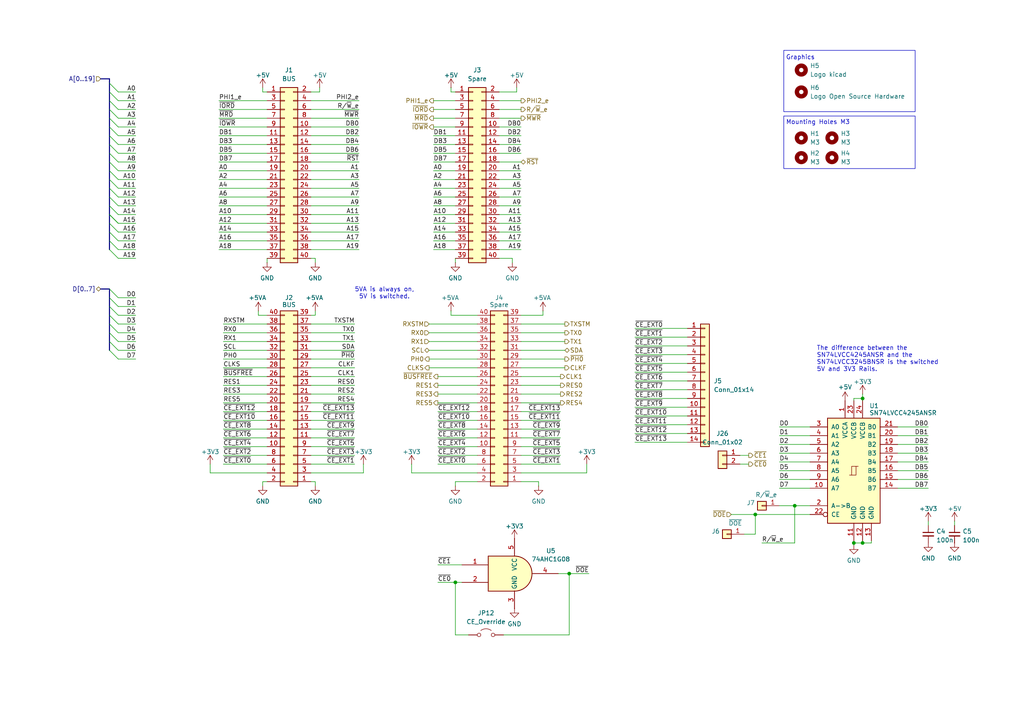
<source format=kicad_sch>
(kicad_sch (version 20231120) (generator "eeschema") (generator_version "8.0")
  (paper "A4")
  (title_block (title "Unicomp v3 - Bus") (date "2024-10-01") (rev "v1.0") (company "100% Offner") (comment 1 "v1.0: Initial"))
  (lib_symbols
    (symbol "+5V_1" (power) (pin_names (offset 0))
      (property "Value" "+5V_1" (at 0 3.556 0))
      (symbol "+5V_1_1_1"
        (pin power_in line (at 0 0 90) (length 0) hide (name "+5V") (number "1"))
      )
    )
    (symbol "74xGxx:74AHC1G08"
      (property "Reference" "U" (at -2.54 3.81 0))
      (property "Value" "74AHC1G08" (at 0 -3.81 0))
      (symbol "74AHC1G08_1_1"
        (pin input line (at -15.24 2.54 0) (length 7.62) (name "~") (number "1"))
        (pin input line (at -15.24 -2.54 0) (length 7.62) (name "~") (number "2"))
        (pin power_in line (at 0 -10.16 90) (length 5.08) (name "GND") (number "3"))
        (pin output line (at 12.7 0 180) (length 7.62) (name "~") (number "4"))
        (pin power_in line (at 0 10.16 270) (length 5.08) (name "VCC") (number "5"))
      )
    )
    (symbol "Connector_Generic:Conn_01x01" (pin_names (offset 1.016) hide)
      (property "Reference" "J" (at 0 2.54 0))
      (property "Value" "Conn_01x01" (at 0 -2.54 0))
      (symbol "Conn_01x01_1_1"
        (pin passive line (at -5.08 0 0) (length 3.81) (name "Pin_1") (number "1"))
      )
    )
    (symbol "Connector_Generic:Conn_01x02" (pin_names (offset 1.016) hide)
      (property "Reference" "J" (at 0 2.54 0))
      (property "Value" "Conn_01x02" (at 0 -5.08 0))
      (symbol "Conn_01x02_1_1"
        (pin passive line (at -5.08 0 0) (length 3.81) (name "Pin_1") (number "1"))
        (pin passive line (at -5.08 -2.54 0) (length 3.81) (name "Pin_2") (number "2"))
      )
    )
    (symbol "Connector_Generic:Conn_01x14" (pin_names (offset 1.016) hide)
      (property "Reference" "J" (at 0 17.78 0))
      (property "Value" "Conn_01x14" (at 0 -20.32 0))
      (symbol "Conn_01x14_1_1"
        (pin passive line (at -5.08 15.24 0) (length 3.81) (name "Pin_1") (number "1"))
        (pin passive line (at -5.08 -7.62 0) (length 3.81) (name "Pin_10") (number "10"))
        (pin passive line (at -5.08 -10.16 0) (length 3.81) (name "Pin_11") (number "11"))
        (pin passive line (at -5.08 -12.7 0) (length 3.81) (name "Pin_12") (number "12"))
        (pin passive line (at -5.08 -15.24 0) (length 3.81) (name "Pin_13") (number "13"))
        (pin passive line (at -5.08 -17.78 0) (length 3.81) (name "Pin_14") (number "14"))
        (pin passive line (at -5.08 12.7 0) (length 3.81) (name "Pin_2") (number "2"))
        (pin passive line (at -5.08 10.16 0) (length 3.81) (name "Pin_3") (number "3"))
        (pin passive line (at -5.08 7.62 0) (length 3.81) (name "Pin_4") (number "4"))
        (pin passive line (at -5.08 5.08 0) (length 3.81) (name "Pin_5") (number "5"))
        (pin passive line (at -5.08 2.54 0) (length 3.81) (name "Pin_6") (number "6"))
        (pin passive line (at -5.08 0 0) (length 3.81) (name "Pin_7") (number "7"))
        (pin passive line (at -5.08 -2.54 0) (length 3.81) (name "Pin_8") (number "8"))
        (pin passive line (at -5.08 -5.08 0) (length 3.81) (name "Pin_9") (number "9"))
      )
    )
    (symbol "Connector_Generic:Conn_02x20_Odd_Even" (pin_names (offset 1.016) hide)
      (property "Reference" "J" (at 1.27 25.4 0))
      (property "Value" "Conn_02x20_Odd_Even" (at 1.27 -27.94 0))
      (symbol "Conn_02x20_Odd_Even_1_1"
        (pin passive line (at -5.08 22.86 0) (length 3.81) (name "Pin_1") (number "1"))
        (pin passive line (at 7.62 12.7 180) (length 3.81) (name "Pin_10") (number "10"))
        (pin passive line (at -5.08 10.16 0) (length 3.81) (name "Pin_11") (number "11"))
        (pin passive line (at 7.62 10.16 180) (length 3.81) (name "Pin_12") (number "12"))
        (pin passive line (at -5.08 7.62 0) (length 3.81) (name "Pin_13") (number "13"))
        (pin passive line (at 7.62 7.62 180) (length 3.81) (name "Pin_14") (number "14"))
        (pin passive line (at -5.08 5.08 0) (length 3.81) (name "Pin_15") (number "15"))
        (pin passive line (at 7.62 5.08 180) (length 3.81) (name "Pin_16") (number "16"))
        (pin passive line (at -5.08 2.54 0) (length 3.81) (name "Pin_17") (number "17"))
        (pin passive line (at 7.62 2.54 180) (length 3.81) (name "Pin_18") (number "18"))
        (pin passive line (at -5.08 0 0) (length 3.81) (name "Pin_19") (number "19"))
        (pin passive line (at 7.62 22.86 180) (length 3.81) (name "Pin_2") (number "2"))
        (pin passive line (at 7.62 0 180) (length 3.81) (name "Pin_20") (number "20"))
        (pin passive line (at -5.08 -2.54 0) (length 3.81) (name "Pin_21") (number "21"))
        (pin passive line (at 7.62 -2.54 180) (length 3.81) (name "Pin_22") (number "22"))
        (pin passive line (at -5.08 -5.08 0) (length 3.81) (name "Pin_23") (number "23"))
        (pin passive line (at 7.62 -5.08 180) (length 3.81) (name "Pin_24") (number "24"))
        (pin passive line (at -5.08 -7.62 0) (length 3.81) (name "Pin_25") (number "25"))
        (pin passive line (at 7.62 -7.62 180) (length 3.81) (name "Pin_26") (number "26"))
        (pin passive line (at -5.08 -10.16 0) (length 3.81) (name "Pin_27") (number "27"))
        (pin passive line (at 7.62 -10.16 180) (length 3.81) (name "Pin_28") (number "28"))
        (pin passive line (at -5.08 -12.7 0) (length 3.81) (name "Pin_29") (number "29"))
        (pin passive line (at -5.08 20.32 0) (length 3.81) (name "Pin_3") (number "3"))
        (pin passive line (at 7.62 -12.7 180) (length 3.81) (name "Pin_30") (number "30"))
        (pin passive line (at -5.08 -15.24 0) (length 3.81) (name "Pin_31") (number "31"))
        (pin passive line (at 7.62 -15.24 180) (length 3.81) (name "Pin_32") (number "32"))
        (pin passive line (at -5.08 -17.78 0) (length 3.81) (name "Pin_33") (number "33"))
        (pin passive line (at 7.62 -17.78 180) (length 3.81) (name "Pin_34") (number "34"))
        (pin passive line (at -5.08 -20.32 0) (length 3.81) (name "Pin_35") (number "35"))
        (pin passive line (at 7.62 -20.32 180) (length 3.81) (name "Pin_36") (number "36"))
        (pin passive line (at -5.08 -22.86 0) (length 3.81) (name "Pin_37") (number "37"))
        (pin passive line (at 7.62 -22.86 180) (length 3.81) (name "Pin_38") (number "38"))
        (pin passive line (at -5.08 -25.4 0) (length 3.81) (name "Pin_39") (number "39"))
        (pin passive line (at 7.62 20.32 180) (length 3.81) (name "Pin_4") (number "4"))
        (pin passive line (at 7.62 -25.4 180) (length 3.81) (name "Pin_40") (number "40"))
        (pin passive line (at -5.08 17.78 0) (length 3.81) (name "Pin_5") (number "5"))
        (pin passive line (at 7.62 17.78 180) (length 3.81) (name "Pin_6") (number "6"))
        (pin passive line (at -5.08 15.24 0) (length 3.81) (name "Pin_7") (number "7"))
        (pin passive line (at 7.62 15.24 180) (length 3.81) (name "Pin_8") (number "8"))
        (pin passive line (at -5.08 12.7 0) (length 3.81) (name "Pin_9") (number "9"))
      )
    )
    (symbol "Device:C_Small" (pin_numbers hide) (pin_names (offset 0.254) hide)
      (property "Reference" "C" (at 0.254 1.778 0))
      (property "Value" "C_Small" (at 0.254 -2.032 0))
      (symbol "C_Small_1_1"
        (pin passive line (at 0 2.54 270) (length 2.032) (name "~") (number "1"))
        (pin passive line (at 0 -2.54 90) (length 2.032) (name "~") (number "2"))
      )
    )
    (symbol "Jumper:Jumper_2_Open" (pin_numbers hide) (pin_names (offset 0) hide) (exclude_from_sim yes)
      (property "Reference" "JP" (at 0 2.794 0))
      (property "Value" "Jumper_2_Open" (at 0 -2.286 0))
      (symbol "Jumper_2_Open_1_1"
        (pin passive line (at -5.08 0 0) (length 2.54) (name "A") (number "1"))
        (pin passive line (at 5.08 0 180) (length 2.54) (name "B") (number "2"))
      )
    )
    (symbol "Mechanical:MountingHole" (pin_names (offset 1.016)) (exclude_from_sim yes) (in_bom no)
      (property "Reference" "H" (at 0 5.08 0))
      (property "Value" "MountingHole" (at 0 3.175 0))
    )
    (symbol "my_ics_new:74LVC4245" (pin_names (offset 1.016))
      (property "Reference" "U" (at -7.62 19.05 0))
      (property "Value" "74LVC4245" (at -10.16 16.51 0))
      (symbol "74LVC4245_1_0"
        (pin power_in line (at -2.54 20.32 270) (length 5.08) (name "VCCA") (number "1"))
        (pin tri_state line (at -12.7 -5.08 0) (length 5.08) (name "A7") (number "10"))
        (pin power_in line (at 0 -20.32 90) (length 5.08) (name "GND") (number "11"))
        (pin power_in line (at 2.54 -20.32 90) (length 5.08) (name "GND") (number "12"))
        (pin power_in line (at 5.08 -20.32 90) (length 5.08) (name "GND") (number "13"))
        (pin tri_state line (at 12.7 -5.08 180) (length 5.08) (name "B7") (number "14"))
        (pin tri_state line (at 12.7 -2.54 180) (length 5.08) (name "B6") (number "15"))
        (pin tri_state line (at 12.7 0 180) (length 5.08) (name "B5") (number "16"))
        (pin tri_state line (at 12.7 2.54 180) (length 5.08) (name "B4") (number "17"))
        (pin tri_state line (at 12.7 5.08 180) (length 5.08) (name "B3") (number "18"))
        (pin tri_state line (at 12.7 7.62 180) (length 5.08) (name "B2") (number "19"))
        (pin input line (at -12.7 -10.16 0) (length 5.08) (name "A->B") (number "2"))
        (pin tri_state line (at 12.7 10.16 180) (length 5.08) (name "B1") (number "20"))
        (pin tri_state line (at 12.7 12.7 180) (length 5.08) (name "B0") (number "21"))
        (pin input inverted (at -12.7 -12.7 0) (length 5.08) (name "CE") (number "22"))
        (pin power_in line (at 0 20.32 270) (length 5.08) (name "VCCB") (number "23"))
        (pin power_in line (at 2.54 20.32 270) (length 5.08) (name "VCCB") (number "24"))
        (pin tri_state line (at -12.7 12.7 0) (length 5.08) (name "A0") (number "3"))
        (pin tri_state line (at -12.7 10.16 0) (length 5.08) (name "A1") (number "4"))
        (pin tri_state line (at -12.7 7.62 0) (length 5.08) (name "A2") (number "5"))
        (pin tri_state line (at -12.7 5.08 0) (length 5.08) (name "A3") (number "6"))
        (pin tri_state line (at -12.7 2.54 0) (length 5.08) (name "A4") (number "7"))
        (pin tri_state line (at -12.7 0 0) (length 5.08) (name "A5") (number "8"))
        (pin tri_state line (at -12.7 -2.54 0) (length 5.08) (name "A6") (number "9"))
      )
    )
    (symbol "power:+3V3" (power) (pin_numbers hide) (pin_names (offset 0) hide)
      (property "Value" "+3V3" (at 0 3.556 0))
      (symbol "+3V3_1_1"
        (pin power_in line (at 0 0 90) (length 0) (name "~") (number "1"))
      )
    )
    (symbol "power:+5V" (power) (pin_numbers hide) (pin_names (offset 0) hide)
      (property "Value" "+5V" (at 0 3.556 0))
      (symbol "+5V_1_1"
        (pin power_in line (at 0 0 90) (length 0) (name "~") (number "1"))
      )
    )
    (symbol "power:+5VA" (power) (pin_numbers hide) (pin_names (offset 0) hide)
      (property "Value" "+5VA" (at 0 3.556 0))
      (symbol "+5VA_1_1"
        (pin power_in line (at 0 0 90) (length 0) (name "~") (number "1"))
      )
    )
    (symbol "power:GND" (power) (pin_numbers hide) (pin_names (offset 0) hide)
      (property "Value" "GND" (at 0 -3.81 0))
      (symbol "GND_1_1"
        (pin power_in line (at 0 0 270) (length 0) (name "~") (number "1"))
      )
    )
  )
  (junction (at 230.505 146.685))
  (junction (at 165.1 166.37))
  (junction (at 250.19 115.57))
  (junction (at 219.075 149.225))
  (junction (at 247.65 157.48))
  (junction (at 132.08 168.91))
  (junction (at 250.19 157.48))
  (bus_entry (at 31.75 57.15) (size 2.54 2.54))
  (bus_entry (at 31.75 49.53) (size 2.54 2.54))
  (bus_entry (at 31.75 34.29) (size 2.54 2.54))
  (bus_entry (at 31.75 62.23) (size 2.54 2.54))
  (bus_entry (at 31.75 72.39) (size 2.54 2.54))
  (bus_entry (at 31.75 91.44) (size 2.54 2.54))
  (bus_entry (at 31.75 83.82) (size 2.54 2.54))
  (bus_entry (at 31.75 99.06) (size 2.54 2.54))
  (bus_entry (at 31.75 36.83) (size 2.54 2.54))
  (bus_entry (at 31.75 24.13) (size 2.54 2.54))
  (bus_entry (at 31.75 67.31) (size 2.54 2.54))
  (bus_entry (at 31.75 54.61) (size 2.54 2.54))
  (bus_entry (at 31.75 44.45) (size 2.54 2.54))
  (bus_entry (at 31.75 86.36) (size 2.54 2.54))
  (bus_entry (at 31.75 41.91) (size 2.54 2.54))
  (bus_entry (at 31.75 46.99) (size 2.54 2.54))
  (bus_entry (at 31.75 39.37) (size 2.54 2.54))
  (bus_entry (at 31.75 31.75) (size 2.54 2.54))
  (bus_entry (at 31.75 29.21) (size 2.54 2.54))
  (bus_entry (at 31.75 96.52) (size 2.54 2.54))
  (bus_entry (at 31.75 26.67) (size 2.54 2.54))
  (bus_entry (at 31.75 88.9) (size 2.54 2.54))
  (bus_entry (at 31.75 52.07) (size 2.54 2.54))
  (bus_entry (at 31.75 62.23) (size 2.54 2.54))
  (bus_entry (at 31.75 69.85) (size 2.54 2.54))
  (bus_entry (at 31.75 59.69) (size 2.54 2.54))
  (bus_entry (at 31.75 93.98) (size 2.54 2.54))
  (bus_entry (at 31.75 64.77) (size 2.54 2.54))
  (bus_entry (at 31.75 101.6) (size 2.54 2.54))
  (wire (pts (xy 39.37 91.44) (xy 34.29 91.44)))
  (wire (pts (xy 125.73 41.91) (xy 132.08 41.91)))
  (bus (pts (xy 31.75 91.44) (xy 31.75 88.9)))
  (wire (pts (xy 260.35 126.365) (xy 269.24 126.365)))
  (bus (pts (xy 31.75 31.75) (xy 31.75 29.21)))
  (wire (pts (xy 91.44 74.93) (xy 90.17 74.93)))
  (wire (pts (xy 184.15 105.41) (xy 199.39 105.41)))
  (wire (pts (xy 151.13 116.84) (xy 162.56 116.84)))
  (wire (pts (xy 125.73 44.45) (xy 132.08 44.45)))
  (wire (pts (xy 63.5 29.21) (xy 77.47 29.21)))
  (wire (pts (xy 144.78 57.15) (xy 151.13 57.15)))
  (wire (pts (xy 91.44 90.17) (xy 91.44 91.44)))
  (wire (pts (xy 156.21 139.7) (xy 151.13 139.7)))
  (wire (pts (xy 39.37 104.14) (xy 34.29 104.14)))
  (wire (pts (xy 90.17 99.06) (xy 102.87 99.06)))
  (wire (pts (xy 170.18 134.62) (xy 170.18 137.16)))
  (wire (pts (xy 125.73 39.37) (xy 132.08 39.37)))
  (wire (pts (xy 63.5 64.77) (xy 77.47 64.77)))
  (wire (pts (xy 130.81 90.17) (xy 130.81 91.44)))
  (wire (pts (xy 64.77 134.62) (xy 77.47 134.62)))
  (wire (pts (xy 144.78 64.77) (xy 151.13 64.77)))
  (wire (pts (xy 260.35 141.605) (xy 269.24 141.605)))
  (wire (pts (xy 144.78 69.85) (xy 151.13 69.85)))
  (wire (pts (xy 217.17 134.62) (xy 214.63 134.62)))
  (wire (pts (xy 64.77 121.92) (xy 77.47 121.92)))
  (wire (pts (xy 151.13 129.54) (xy 162.56 129.54)))
  (wire (pts (xy 260.35 136.525) (xy 269.24 136.525)))
  (wire (pts (xy 127 111.76) (xy 138.43 111.76)))
  (wire (pts (xy 90.17 64.77) (xy 104.14 64.77)))
  (wire (pts (xy 149.86 26.67) (xy 144.78 26.67)))
  (wire (pts (xy 39.37 69.85) (xy 34.29 69.85)))
  (wire (pts (xy 91.44 76.2) (xy 91.44 74.93)))
  (wire (pts (xy 151.13 99.06) (xy 163.83 99.06)))
  (wire (pts (xy 90.17 59.69) (xy 104.14 59.69)))
  (wire (pts (xy 127 127) (xy 138.43 127)))
  (wire (pts (xy 184.15 97.79) (xy 199.39 97.79)))
  (wire (pts (xy 130.81 91.44) (xy 138.43 91.44)))
  (wire (pts (xy 63.5 36.83) (xy 77.47 36.83)))
  (wire (pts (xy 63.5 39.37) (xy 77.47 39.37)))
  (wire (pts (xy 184.15 102.87) (xy 199.39 102.87)))
  (wire (pts (xy 90.17 116.84) (xy 102.87 116.84)))
  (wire (pts (xy 157.48 90.17) (xy 157.48 91.44)))
  (wire (pts (xy 125.73 69.85) (xy 132.08 69.85)))
  (wire (pts (xy 60.96 137.16) (xy 77.47 137.16)))
  (wire (pts (xy 230.505 146.685) (xy 234.95 146.685)))
  (wire (pts (xy 148.59 76.2) (xy 148.59 74.93)))
  (wire (pts (xy 260.35 128.905) (xy 269.24 128.905)))
  (wire (pts (xy 151.13 127) (xy 162.56 127)))
  (bus (pts (xy 31.75 99.06) (xy 31.75 96.52)))
  (wire (pts (xy 247.65 115.57) (xy 250.19 115.57)))
  (bus (pts (xy 31.75 88.9) (xy 31.75 86.36)))
  (wire (pts (xy 161.925 166.37) (xy 165.1 166.37)))
  (wire (pts (xy 125.73 46.99) (xy 132.08 46.99)))
  (wire (pts (xy 76.2 25.4) (xy 76.2 26.67)))
  (wire (pts (xy 125.73 31.75) (xy 132.08 31.75)))
  (wire (pts (xy 39.37 36.83) (xy 34.29 36.83)))
  (wire (pts (xy 39.37 57.15) (xy 34.29 57.15)))
  (wire (pts (xy 74.93 91.44) (xy 77.47 91.44)))
  (wire (pts (xy 226.06 136.525) (xy 234.95 136.525)))
  (bus (pts (xy 31.75 64.77) (xy 31.75 62.23)))
  (wire (pts (xy 39.37 62.23) (xy 34.29 62.23)))
  (wire (pts (xy 64.77 99.06) (xy 77.47 99.06)))
  (wire (pts (xy 149.86 25.4) (xy 149.86 26.67)))
  (wire (pts (xy 125.73 57.15) (xy 132.08 57.15)))
  (wire (pts (xy 39.37 52.07) (xy 34.29 52.07)))
  (wire (pts (xy 226.06 141.605) (xy 234.95 141.605)))
  (wire (pts (xy 90.17 36.83) (xy 104.14 36.83)))
  (wire (pts (xy 219.075 154.94) (xy 219.075 149.225)))
  (wire (pts (xy 39.37 49.53) (xy 34.29 49.53)))
  (bus (pts (xy 31.75 44.45) (xy 31.75 41.91)))
  (wire (pts (xy 92.71 25.4) (xy 92.71 26.67)))
  (wire (pts (xy 90.17 31.75) (xy 104.14 31.75)))
  (wire (pts (xy 64.77 124.46) (xy 77.47 124.46)))
  (wire (pts (xy 276.86 151.13) (xy 276.86 152.4)))
  (bus (pts (xy 31.75 86.36) (xy 31.75 83.82)))
  (wire (pts (xy 64.77 106.68) (xy 77.47 106.68)))
  (wire (pts (xy 39.37 88.9) (xy 34.29 88.9)))
  (wire (pts (xy 64.77 101.6) (xy 77.47 101.6)))
  (wire (pts (xy 64.77 114.3) (xy 77.47 114.3)))
  (wire (pts (xy 247.65 157.48) (xy 247.65 156.845)))
  (wire (pts (xy 226.06 128.905) (xy 234.95 128.905)))
  (bus (pts (xy 31.75 69.85) (xy 31.75 67.31)))
  (wire (pts (xy 39.37 46.99) (xy 34.29 46.99)))
  (wire (pts (xy 226.06 133.985) (xy 234.95 133.985)))
  (wire (pts (xy 125.73 59.69) (xy 132.08 59.69)))
  (wire (pts (xy 39.37 96.52) (xy 34.29 96.52)))
  (wire (pts (xy 64.77 129.54) (xy 77.47 129.54)))
  (wire (pts (xy 39.37 39.37) (xy 34.29 39.37)))
  (wire (pts (xy 125.73 36.83) (xy 132.08 36.83)))
  (wire (pts (xy 125.73 52.07) (xy 132.08 52.07)))
  (wire (pts (xy 39.37 34.29) (xy 34.29 34.29)))
  (wire (pts (xy 63.5 31.75) (xy 77.47 31.75)))
  (wire (pts (xy 127 116.84) (xy 138.43 116.84)))
  (wire (pts (xy 151.13 124.46) (xy 162.56 124.46)))
  (wire (pts (xy 184.15 123.19) (xy 199.39 123.19)))
  (wire (pts (xy 269.24 151.13) (xy 269.24 152.4)))
  (wire (pts (xy 130.81 26.67) (xy 132.08 26.67)))
  (wire (pts (xy 230.505 157.48) (xy 230.505 146.685)))
  (wire (pts (xy 151.13 101.6) (xy 163.83 101.6)))
  (wire (pts (xy 184.15 107.95) (xy 199.39 107.95)))
  (bus (pts (xy 31.75 39.37) (xy 31.75 36.83)))
  (wire (pts (xy 63.5 52.07) (xy 77.47 52.07)))
  (wire (pts (xy 90.17 134.62) (xy 102.87 134.62)))
  (bus (pts (xy 31.75 93.98) (xy 31.75 91.44)))
  (wire (pts (xy 39.37 44.45) (xy 34.29 44.45)))
  (wire (pts (xy 157.48 91.44) (xy 151.13 91.44)))
  (wire (pts (xy 252.73 157.48) (xy 252.73 156.845)))
  (wire (pts (xy 127 114.3) (xy 138.43 114.3)))
  (wire (pts (xy 124.46 106.68) (xy 138.43 106.68)))
  (wire (pts (xy 77.47 76.2) (xy 77.47 74.93)))
  (wire (pts (xy 63.5 72.39) (xy 77.47 72.39)))
  (wire (pts (xy 151.13 109.22) (xy 162.56 109.22)))
  (wire (pts (xy 90.17 69.85) (xy 104.14 69.85)))
  (wire (pts (xy 184.15 100.33) (xy 199.39 100.33)))
  (wire (pts (xy 63.5 62.23) (xy 77.47 62.23)))
  (wire (pts (xy 226.06 126.365) (xy 234.95 126.365)))
  (wire (pts (xy 127 119.38) (xy 138.43 119.38)))
  (wire (pts (xy 63.5 59.69) (xy 77.47 59.69)))
  (wire (pts (xy 214.63 132.08) (xy 217.17 132.08)))
  (wire (pts (xy 250.19 114.3) (xy 250.19 115.57)))
  (wire (pts (xy 90.17 57.15) (xy 104.14 57.15)))
  (wire (pts (xy 91.44 91.44) (xy 90.17 91.44)))
  (wire (pts (xy 215.9 154.94) (xy 219.075 154.94)))
  (wire (pts (xy 125.73 62.23) (xy 132.08 62.23)))
  (bus (pts (xy 31.75 52.07) (xy 31.75 49.53)))
  (bus (pts (xy 31.75 54.61) (xy 31.75 52.07)))
  (wire (pts (xy 39.37 64.77) (xy 34.29 64.77)))
  (wire (pts (xy 184.15 95.25) (xy 199.39 95.25)))
  (wire (pts (xy 144.78 62.23) (xy 151.13 62.23)))
  (wire (pts (xy 125.73 34.29) (xy 132.08 34.29)))
  (bus (pts (xy 31.75 72.39) (xy 31.75 69.85)))
  (wire (pts (xy 133.985 168.91) (xy 132.08 168.91)))
  (wire (pts (xy 144.78 67.31) (xy 151.13 67.31)))
  (wire (pts (xy 151.13 132.08) (xy 162.56 132.08)))
  (wire (pts (xy 119.38 137.16) (xy 138.43 137.16)))
  (wire (pts (xy 151.13 96.52) (xy 163.83 96.52)))
  (wire (pts (xy 63.5 54.61) (xy 77.47 54.61)))
  (bus (pts (xy 31.75 49.53) (xy 31.75 46.99)))
  (wire (pts (xy 76.2 140.97) (xy 76.2 139.7)))
  (wire (pts (xy 156.21 140.97) (xy 156.21 139.7)))
  (wire (pts (xy 165.1 166.37) (xy 170.815 166.37)))
  (wire (pts (xy 39.37 99.06) (xy 34.29 99.06)))
  (wire (pts (xy 91.44 140.97) (xy 91.44 139.7)))
  (bus (pts (xy 31.75 29.21) (xy 31.75 26.67)))
  (wire (pts (xy 125.73 67.31) (xy 132.08 67.31)))
  (wire (pts (xy 144.78 49.53) (xy 151.13 49.53)))
  (wire (pts (xy 39.37 86.36) (xy 34.29 86.36)))
  (bus (pts (xy 31.75 83.82) (xy 29.21 83.82)))
  (wire (pts (xy 127 121.92) (xy 138.43 121.92)))
  (wire (pts (xy 127 129.54) (xy 138.43 129.54)))
  (wire (pts (xy 63.5 34.29) (xy 77.47 34.29)))
  (wire (pts (xy 144.78 34.29) (xy 151.13 34.29)))
  (wire (pts (xy 184.15 118.11) (xy 199.39 118.11)))
  (wire (pts (xy 250.19 157.48) (xy 250.19 156.845)))
  (wire (pts (xy 63.5 46.99) (xy 77.47 46.99)))
  (wire (pts (xy 90.17 106.68) (xy 102.87 106.68)))
  (wire (pts (xy 144.78 29.21) (xy 151.13 29.21)))
  (wire (pts (xy 76.2 26.67) (xy 77.47 26.67)))
  (wire (pts (xy 90.17 114.3) (xy 102.87 114.3)))
  (wire (pts (xy 184.15 125.73) (xy 199.39 125.73)))
  (wire (pts (xy 132.08 76.2) (xy 132.08 74.93)))
  (wire (pts (xy 125.73 72.39) (xy 132.08 72.39)))
  (wire (pts (xy 74.93 90.17) (xy 74.93 91.44)))
  (wire (pts (xy 64.77 109.22) (xy 77.47 109.22)))
  (wire (pts (xy 39.37 74.93) (xy 34.29 74.93)))
  (wire (pts (xy 260.35 139.065) (xy 269.24 139.065)))
  (wire (pts (xy 90.17 104.14) (xy 102.87 104.14)))
  (wire (pts (xy 184.15 128.27) (xy 199.39 128.27)))
  (wire (pts (xy 90.17 44.45) (xy 104.14 44.45)))
  (wire (pts (xy 64.77 111.76) (xy 77.47 111.76)))
  (wire (pts (xy 144.78 54.61) (xy 151.13 54.61)))
  (wire (pts (xy 247.65 157.48) (xy 250.19 157.48)))
  (wire (pts (xy 135.89 184.15) (xy 132.08 184.15)))
  (wire (pts (xy 220.98 157.48) (xy 230.505 157.48)))
  (wire (pts (xy 124.46 101.6) (xy 138.43 101.6)))
  (wire (pts (xy 146.05 184.15) (xy 165.1 184.15)))
  (bus (pts (xy 31.75 57.15) (xy 31.75 54.61)))
  (wire (pts (xy 151.13 93.98) (xy 163.83 93.98)))
  (wire (pts (xy 63.5 69.85) (xy 77.47 69.85)))
  (wire (pts (xy 64.77 93.98) (xy 77.47 93.98)))
  (wire (pts (xy 250.19 115.57) (xy 250.19 116.205)))
  (wire (pts (xy 39.37 31.75) (xy 34.29 31.75)))
  (wire (pts (xy 132.08 168.91) (xy 132.08 184.15)))
  (wire (pts (xy 90.17 62.23) (xy 104.14 62.23)))
  (wire (pts (xy 124.46 96.52) (xy 138.43 96.52)))
  (wire (pts (xy 132.08 168.91) (xy 127 168.91)))
  (wire (pts (xy 127 124.46) (xy 138.43 124.46)))
  (wire (pts (xy 90.17 49.53) (xy 104.14 49.53)))
  (bus (pts (xy 31.75 46.99) (xy 31.75 44.45)))
  (wire (pts (xy 64.77 96.52) (xy 77.47 96.52)))
  (wire (pts (xy 124.46 104.14) (xy 138.43 104.14)))
  (wire (pts (xy 90.17 127) (xy 102.87 127)))
  (wire (pts (xy 92.71 26.67) (xy 90.17 26.67)))
  (wire (pts (xy 76.2 139.7) (xy 77.47 139.7)))
  (wire (pts (xy 124.46 99.06) (xy 138.43 99.06)))
  (wire (pts (xy 247.65 158.115) (xy 247.65 157.48)))
  (wire (pts (xy 144.78 44.45) (xy 151.13 44.45)))
  (wire (pts (xy 260.35 133.985) (xy 269.24 133.985)))
  (wire (pts (xy 144.78 59.69) (xy 151.13 59.69)))
  (wire (pts (xy 125.73 54.61) (xy 132.08 54.61)))
  (wire (pts (xy 260.35 123.825) (xy 269.24 123.825)))
  (wire (pts (xy 63.5 67.31) (xy 77.47 67.31)))
  (wire (pts (xy 184.15 113.03) (xy 199.39 113.03)))
  (wire (pts (xy 127 132.08) (xy 138.43 132.08)))
  (wire (pts (xy 90.17 119.38) (xy 102.87 119.38)))
  (wire (pts (xy 63.5 41.91) (xy 77.47 41.91)))
  (wire (pts (xy 39.37 59.69) (xy 34.29 59.69)))
  (wire (pts (xy 63.5 44.45) (xy 77.47 44.45)))
  (wire (pts (xy 60.96 134.62) (xy 60.96 137.16)))
  (wire (pts (xy 151.13 119.38) (xy 162.56 119.38)))
  (wire (pts (xy 64.77 116.84) (xy 77.47 116.84)))
  (wire (pts (xy 90.17 129.54) (xy 102.87 129.54)))
  (wire (pts (xy 127 134.62) (xy 138.43 134.62)))
  (wire (pts (xy 39.37 93.98) (xy 34.29 93.98)))
  (wire (pts (xy 64.77 127) (xy 77.47 127)))
  (wire (pts (xy 226.06 146.685) (xy 230.505 146.685)))
  (wire (pts (xy 39.37 101.6) (xy 34.29 101.6)))
  (wire (pts (xy 64.77 119.38) (xy 77.47 119.38)))
  (wire (pts (xy 144.78 31.75) (xy 151.13 31.75)))
  (bus (pts (xy 31.75 36.83) (xy 31.75 34.29)))
  (wire (pts (xy 151.13 111.76) (xy 162.56 111.76)))
  (wire (pts (xy 90.17 41.91) (xy 104.14 41.91)))
  (wire (pts (xy 151.13 137.16) (xy 170.18 137.16)))
  (wire (pts (xy 63.5 57.15) (xy 77.47 57.15)))
  (wire (pts (xy 148.59 74.93) (xy 144.78 74.93)))
  (wire (pts (xy 90.17 39.37) (xy 104.14 39.37)))
  (wire (pts (xy 119.38 134.62) (xy 119.38 137.16)))
  (wire (pts (xy 260.35 131.445) (xy 269.24 131.445)))
  (wire (pts (xy 90.17 34.29) (xy 104.14 34.29)))
  (wire (pts (xy 39.37 41.91) (xy 34.29 41.91)))
  (wire (pts (xy 133.985 163.83) (xy 127 163.83)))
  (wire (pts (xy 132.08 139.7) (xy 138.43 139.7)))
  (wire (pts (xy 125.73 64.77) (xy 132.08 64.77)))
  (wire (pts (xy 39.37 29.21) (xy 34.29 29.21)))
  (wire (pts (xy 90.17 93.98) (xy 102.87 93.98)))
  (wire (pts (xy 226.06 131.445) (xy 234.95 131.445)))
  (wire (pts (xy 144.78 41.91) (xy 151.13 41.91)))
  (wire (pts (xy 144.78 46.99) (xy 151.13 46.99)))
  (wire (pts (xy 250.19 157.48) (xy 252.73 157.48)))
  (bus (pts (xy 31.75 59.69) (xy 31.75 57.15)))
  (wire (pts (xy 90.17 101.6) (xy 102.87 101.6)))
  (wire (pts (xy 90.17 124.46) (xy 102.87 124.46)))
  (bus (pts (xy 31.75 41.91) (xy 31.75 39.37)))
  (wire (pts (xy 90.17 109.22) (xy 102.87 109.22)))
  (wire (pts (xy 151.13 104.14) (xy 163.83 104.14)))
  (wire (pts (xy 125.73 29.21) (xy 132.08 29.21)))
  (wire (pts (xy 184.15 110.49) (xy 199.39 110.49)))
  (bus (pts (xy 31.75 26.67) (xy 31.75 24.13)))
  (wire (pts (xy 184.15 120.65) (xy 199.39 120.65)))
  (wire (pts (xy 64.77 132.08) (xy 77.47 132.08)))
  (wire (pts (xy 226.06 123.825) (xy 234.95 123.825)))
  (bus (pts (xy 31.75 62.23) (xy 31.75 59.69)))
  (wire (pts (xy 39.37 72.39) (xy 34.29 72.39)))
  (wire (pts (xy 90.17 111.76) (xy 102.87 111.76)))
  (wire (pts (xy 39.37 67.31) (xy 34.29 67.31)))
  (bus (pts (xy 31.75 24.13) (xy 31.75 22.86)))
  (wire (pts (xy 130.81 25.4) (xy 130.81 26.67)))
  (wire (pts (xy 90.17 121.92) (xy 102.87 121.92)))
  (wire (pts (xy 90.17 137.16) (xy 105.41 137.16)))
  (bus (pts (xy 31.75 96.52) (xy 31.75 93.98)))
  (wire (pts (xy 90.17 67.31) (xy 104.14 67.31)))
  (wire (pts (xy 63.5 49.53) (xy 77.47 49.53)))
  (wire (pts (xy 90.17 29.21) (xy 104.14 29.21)))
  (wire (pts (xy 219.075 149.225) (xy 234.95 149.225)))
  (wire (pts (xy 226.06 139.065) (xy 234.95 139.065)))
  (wire (pts (xy 90.17 52.07) (xy 104.14 52.07)))
  (wire (pts (xy 90.17 54.61) (xy 104.14 54.61)))
  (wire (pts (xy 125.73 49.53) (xy 132.08 49.53)))
  (wire (pts (xy 39.37 26.67) (xy 34.29 26.67)))
  (wire (pts (xy 144.78 72.39) (xy 151.13 72.39)))
  (bus (pts (xy 31.75 101.6) (xy 31.75 99.06)))
  (wire (pts (xy 90.17 72.39) (xy 104.14 72.39)))
  (wire (pts (xy 151.13 121.92) (xy 162.56 121.92)))
  (wire (pts (xy 151.13 134.62) (xy 162.56 134.62)))
  (wire (pts (xy 151.13 114.3) (xy 162.56 114.3)))
  (wire (pts (xy 212.09 149.225) (xy 219.075 149.225)))
  (bus (pts (xy 31.75 67.31) (xy 31.75 64.77)))
  (wire (pts (xy 144.78 39.37) (xy 151.13 39.37)))
  (wire (pts (xy 144.78 52.07) (xy 151.13 52.07)))
  (wire (pts (xy 90.17 132.08) (xy 102.87 132.08)))
  (wire (pts (xy 127 109.22) (xy 138.43 109.22)))
  (wire (pts (xy 105.41 134.62) (xy 105.41 137.16)))
  (wire (pts (xy 91.44 139.7) (xy 90.17 139.7)))
  (wire (pts (xy 184.15 115.57) (xy 199.39 115.57)))
  (wire (pts (xy 151.13 106.68) (xy 163.83 106.68)))
  (wire (pts (xy 90.17 46.99) (xy 104.14 46.99)))
  (bus (pts (xy 31.75 22.86) (xy 29.21 22.86)))
  (wire (pts (xy 144.78 36.83) (xy 151.13 36.83)))
  (wire (pts (xy 165.1 166.37) (xy 165.1 184.15)))
  (wire (pts (xy 132.08 140.97) (xy 132.08 139.7)))
  (wire (pts (xy 247.65 116.205) (xy 247.65 115.57)))
  (wire (pts (xy 90.17 96.52) (xy 102.87 96.52)))
  (wire (pts (xy 39.37 54.61) (xy 34.29 54.61)))
  (wire (pts (xy 124.46 93.98) (xy 138.43 93.98)))
  (bus (pts (xy 31.75 34.29) (xy 31.75 31.75)))
  (wire (pts (xy 64.77 104.14) (xy 77.47 104.14)))
  (rectangle (start 227.33 33.655) (end 265.43 48.895))
  (rectangle (start 227.33 14.605) (end 265.43 32.385))
  (text "Graphics" (at 232.156 16.764 0) (effects (font (size 1.27 1.27))))
  (text "5VA is always on,\n5V is switched." (at 111.506 85.09 0) (effects (font (size 1.27 1.27))))
  (text "Mounting Holes M3" (at 237.236 35.56 0) (effects (font (size 1.27 1.27))))
  (text "The difference between the \nSN74LVCC4245ANSR and the\nSN74LVCC3245BNSR is the switched\n5V and 3V3 Rails." (at 236.855 107.95 0) (effects (font (size 1.27 1.27)) (justify left bottom)))
  (label "DB7" (at 63.5 46.99 0))
  (label "~{CE_EXT8}" (at 64.77 124.46 0))
  (label "~{CE_EXT1}" (at 102.87 134.62 180))
  (label "~{CE_EXT7}" (at 184.15 113.03 0))
  (label "A19" (at 151.13 72.39 180))
  (label "~{CE_EXT13}" (at 184.15 128.27 0))
  (label "~{CE_EXT6}" (at 64.77 127 0))
  (label "A15" (at 151.13 67.31 180))
  (label "A0" (at 39.37 26.67 180))
  (label "RX1" (at 64.77 99.06 0))
  (label "A17" (at 39.37 69.85 180))
  (label "A17" (at 104.14 69.85 180))
  (label "A0" (at 63.5 49.53 0))
  (label "~{CE_EXT5}" (at 162.56 129.54 180))
  (label "DB7" (at 269.24 141.605 180))
  (label "~{CE_EXT1}" (at 162.56 134.62 180))
  (label "D5" (at 226.06 136.525 0))
  (label "A6" (at 63.5 57.15 0))
  (label "DB3" (at 269.24 131.445 180))
  (label "D6" (at 226.06 139.065 0))
  (label "A18" (at 63.5 72.39 0))
  (label "A7" (at 151.13 57.15 180))
  (label "A17" (at 151.13 69.85 180))
  (label "DB7" (at 125.73 46.99 0))
  (label "RES5" (at 64.77 116.84 0))
  (label "~{CE_EXT8}" (at 127 124.46 0))
  (label "A11" (at 151.13 62.23 180))
  (label "DB6" (at 151.13 44.45 180))
  (label "~{CE_EXT13}" (at 102.87 119.38 180))
  (label "D2" (at 39.37 91.44 180))
  (label "D2" (at 226.06 128.905 0))
  (label "D7" (at 39.37 104.14 180))
  (label "A13" (at 104.14 64.77 180))
  (label "A0" (at 125.73 49.53 0))
  (label "A16" (at 63.5 69.85 0))
  (label "A5" (at 39.37 39.37 180))
  (label "A15" (at 39.37 64.77 180))
  (label "A9" (at 39.37 49.53 180))
  (label "~{CE_EXT4}" (at 64.77 129.54 0))
  (label "DB2" (at 269.24 128.905 180))
  (label "A4" (at 125.73 54.61 0))
  (label "~{CE_EXT11}" (at 184.15 123.19 0))
  (label "~{CE_EXT13}" (at 162.56 119.38 180))
  (label "A5" (at 104.14 54.61 180))
  (label "A12" (at 63.5 64.77 0))
  (label "DB2" (at 104.14 39.37 180))
  (label "A8" (at 63.5 59.69 0))
  (label "CLK1" (at 102.87 109.22 180))
  (label "~{CE_EXT5}" (at 102.87 129.54 180))
  (label "SDA" (at 102.87 101.6 180))
  (label "D5" (at 39.37 99.06 180))
  (label "A11" (at 39.37 54.61 180))
  (label "CLKF" (at 102.87 106.68 180))
  (label "A2" (at 63.5 52.07 0))
  (label "~{CE_EXT3}" (at 184.15 102.87 0))
  (label "~{CE_EXT6}" (at 127 127 0))
  (label "~{CE_EXT6}" (at 184.15 110.49 0))
  (label "A5" (at 151.13 54.61 180))
  (label "DB5" (at 269.24 136.525 180))
  (label "A11" (at 104.14 62.23 180))
  (label "~{CE_EXT0}" (at 127 134.62 0))
  (label "A7" (at 104.14 57.15 180))
  (label "A10" (at 39.37 52.07 180))
  (label "D7" (at 226.06 141.605 0))
  (label "A16" (at 125.73 69.85 0))
  (label "D3" (at 226.06 131.445 0))
  (label "D1" (at 226.06 126.365 0))
  (label "A9" (at 151.13 59.69 180))
  (label "~{CE_EXT12}" (at 127 119.38 0))
  (label "~{CE_EXT0}" (at 64.77 134.62 0))
  (label "~{IORD}" (at 63.5 31.75 0))
  (label "A3" (at 151.13 52.07 180))
  (label "D0" (at 226.06 123.825 0))
  (label "A2" (at 125.73 52.07 0))
  (label "~{CE_EXT7}" (at 102.87 127 180))
  (label "DB0" (at 269.24 123.825 180))
  (label "RES4" (at 102.87 116.84 180))
  (label "~{CE_EXT0}" (at 184.15 95.25 0))
  (label "D0" (at 39.37 86.36 180))
  (label "~{CE_EXT3}" (at 102.87 132.08 180))
  (label "A7" (at 39.37 44.45 180))
  (label "~{CE_EXT9}" (at 184.15 118.11 0))
  (label "A15" (at 104.14 67.31 180))
  (label "PH0" (at 64.77 104.14 0))
  (label "TX0" (at 102.87 96.52 180))
  (label "D4" (at 226.06 133.985 0))
  (label "~{CE_EXT8}" (at 184.15 115.57 0))
  (label "~{MWR}" (at 104.14 34.29 180))
  (label "A19" (at 104.14 72.39 180))
  (label "DB3" (at 63.5 41.91 0))
  (label "DB4" (at 269.24 133.985 180))
  (label "RES1" (at 64.77 111.76 0))
  (label "DB4" (at 151.13 41.91 180))
  (label "DB1" (at 269.24 126.365 180))
  (label "R{slash}~{W}_e" (at 220.98 157.48 0))
  (label "A3" (at 39.37 34.29 180))
  (label "DB6" (at 269.24 139.065 180))
  (label "DB0" (at 151.13 36.83 180))
  (label "A14" (at 63.5 67.31 0))
  (label "A10" (at 125.73 62.23 0))
  (label "~{RST}" (at 104.14 46.99 180))
  (label "DB1" (at 125.73 39.37 0))
  (label "DB4" (at 104.14 41.91 180))
  (label "A12" (at 39.37 57.15 180))
  (label "~{CE_EXT2}" (at 127 132.08 0))
  (label "D1" (at 39.37 88.9 180))
  (label "~{CE_EXT5}" (at 184.15 107.95 0))
  (label "~{BUSFREE}" (at 64.77 109.22 0))
  (label "DB5" (at 125.73 44.45 0))
  (label "A8" (at 125.73 59.69 0))
  (label "D3" (at 39.37 93.98 180))
  (label "~{IOWR}" (at 63.5 36.83 0))
  (label "A4" (at 39.37 36.83 180))
  (label "~{DOE}" (at 170.815 166.37 180))
  (label "~{CE_EXT9}" (at 162.56 124.46 180))
  (label "A10" (at 63.5 62.23 0))
  (label "A14" (at 39.37 62.23 180))
  (label "~{CE_EXT10}" (at 127 121.92 0))
  (label "DB6" (at 104.14 44.45 180))
  (label "~{CE_EXT10}" (at 184.15 120.65 0))
  (label "A2" (at 39.37 31.75 180))
  (label "DB5" (at 63.5 44.45 0))
  (label "R{slash}~{W}_e" (at 104.14 31.75 180))
  (label "DB2" (at 151.13 39.37 180))
  (label "CLKS" (at 64.77 106.68 0))
  (label "PHI2_e" (at 104.14 29.21 180))
  (label "DB1" (at 63.5 39.37 0))
  (label "A6" (at 125.73 57.15 0))
  (label "A13" (at 39.37 59.69 180))
  (label "A14" (at 125.73 67.31 0))
  (label "RES2" (at 102.87 114.3 180))
  (label "A18" (at 39.37 72.39 180))
  (label "A13" (at 151.13 64.77 180))
  (label "~{CE0}" (at 127 168.91 0))
  (label "~{CE_EXT7}" (at 162.56 127 180))
  (label "~{CE_EXT2}" (at 184.15 100.33 0))
  (label "~{CE1}" (at 127 163.83 0))
  (label "~{CE_EXT10}" (at 64.77 121.92 0))
  (label "~{CE_EXT11}" (at 162.56 121.92 180))
  (label "A1" (at 104.14 49.53 180))
  (label "~{CE_EXT11}" (at 102.87 121.92 180))
  (label "TXSTM" (at 102.87 93.98 180))
  (label "A12" (at 125.73 64.77 0))
  (label "~{CE_EXT2}" (at 64.77 132.08 0))
  (label "A3" (at 104.14 52.07 180))
  (label "~{CE_EXT12}" (at 64.77 119.38 0))
  (label "~{CE_EXT1}" (at 184.15 97.79 0))
  (label "A4" (at 63.5 54.61 0))
  (label "DB3" (at 125.73 41.91 0))
  (label "~{CE_EXT3}" (at 162.56 132.08 180))
  (label "D6" (at 39.37 101.6 180))
  (label "D4" (at 39.37 96.52 180))
  (label "TX1" (at 102.87 99.06 180))
  (label "~{CE_EXT12}" (at 184.15 125.73 0))
  (label "SCL" (at 64.77 101.6 0))
  (label "A9" (at 104.14 59.69 180))
  (label "A6" (at 39.37 41.91 180))
  (label "A18" (at 125.73 72.39 0))
  (label "RXSTM" (at 64.77 93.98 0))
  (label "~{PH0}" (at 102.87 104.14 180))
  (label "DB0" (at 104.14 36.83 180))
  (label "RX0" (at 64.77 96.52 0))
  (label "~{MRD}" (at 63.5 34.29 0))
  (label "RES3" (at 64.77 114.3 0))
  (label "A19" (at 39.37 74.93 180))
  (label "PHI1_e" (at 63.5 29.21 0))
  (label "RES0" (at 102.87 111.76 180))
  (label "~{CE_EXT4}" (at 184.15 105.41 0))
  (label "A16" (at 39.37 67.31 180))
  (label "A8" (at 39.37 46.99 180))
  (label "A1" (at 39.37 29.21 180))
  (label "~{CE_EXT4}" (at 127 129.54 0))
  (label "A1" (at 151.13 49.53 180))
  (label "~{CE_EXT9}" (at 102.87 124.46 180))
  (hierarchical_label "RES1" (shape output) (at 127 111.76 180))
  (hierarchical_label "RES5" (shape output) (at 127 116.84 180))
  (hierarchical_label "CLKF" (shape output) (at 163.83 106.68 0))
  (hierarchical_label "D[0..7]" (shape bidirectional) (at 29.21 83.82 180))
  (hierarchical_label "~{IOWR}" (shape output) (at 125.73 36.83 180))
  (hierarchical_label "~{CE0}" (shape output) (at 217.17 134.62 0))
  (hierarchical_label "A[0..19]" (shape input) (at 29.21 22.86 180))
  (hierarchical_label "CLK1" (shape output) (at 162.56 109.22 0))
  (hierarchical_label "RX1" (shape input) (at 124.46 99.06 180))
  (hierarchical_label "~{RST}" (shape tri_state) (at 151.13 46.99 0))
  (hierarchical_label "~{DOE}" (shape input) (at 212.09 149.225 180))
  (hierarchical_label "TX0" (shape output) (at 163.83 96.52 0))
  (hierarchical_label "RES0" (shape output) (at 162.56 111.76 0))
  (hierarchical_label "SCL" (shape bidirectional) (at 124.46 101.6 180))
  (hierarchical_label "PHI1_e" (shape output) (at 125.73 29.21 180))
  (hierarchical_label "PH0" (shape output) (at 124.46 104.14 180))
  (hierarchical_label "~{IORD}" (shape output) (at 125.73 31.75 180))
  (hierarchical_label "SDA" (shape bidirectional) (at 163.83 101.6 0))
  (hierarchical_label "~{MRD}" (shape output) (at 125.73 34.29 180))
  (hierarchical_label "~{PH0}" (shape output) (at 163.83 104.14 0))
  (hierarchical_label "RES2" (shape output) (at 162.56 114.3 0))
  (hierarchical_label "~{MWR}" (shape output) (at 151.13 34.29 0))
  (hierarchical_label "CLKS" (shape output) (at 124.46 106.68 180))
  (hierarchical_label "TXSTM" (shape output) (at 163.83 93.98 0))
  (hierarchical_label "~{BUSFREE}" (shape output) (at 127 109.22 180))
  (hierarchical_label "RES4" (shape output) (at 162.56 116.84 0))
  (hierarchical_label "R{slash}~{W}_e" (shape output) (at 151.13 31.75 0))
  (hierarchical_label "RES3" (shape output) (at 127 114.3 180))
  (hierarchical_label "TX1" (shape output) (at 163.83 99.06 0))
  (hierarchical_label "RXSTM" (shape input) (at 124.46 93.98 180))
  (hierarchical_label "RX0" (shape input) (at 124.46 96.52 180))
  (hierarchical_label "~{CE1}" (shape output) (at 217.17 132.08 0))
  (hierarchical_label "PHI2_e" (shape output) (at 151.13 29.21 0))
  (symbol (lib_id "power:GND") (at 269.24 157.48 0) (unit 1)
    (property "Reference" "#PWR07" (effects (hide yes)))
    (property "Value" "GND" (at 269.24 161.9234 0))
  )
  (symbol (lib_id "power:+5V") (at 276.86 151.13 0) (unit 1)
    (property "Reference" "#PWR010" (effects (hide yes)))
    (property "Value" "+5V" (at 276.86 147.5542 0))
    (property "Description" "Power symbol creates a global label with name \"+5V\"" (effects (hide yes)))
  )
  (symbol (lib_id "Mechanical:MountingHole") (at 232.41 40.005 0) (unit 1)
    (property "Reference" "H1" (at 234.95 38.7349 0) (effects (justify left)))
    (property "Value" "M3" (at 234.95 41.2749 0) (effects (justify left)))
    (property "Footprint" "MountingHole:MountingHole_3.2mm_M3" (effects (hide yes)))
    (property "Description" "Mounting Hole without connection" (effects (hide yes)))
  )
  (symbol (lib_id "Mechanical:MountingHole") (at 241.3 40.005 0) (unit 1)
    (property "Reference" "H3" (at 243.84 38.7349 0) (effects (justify left)))
    (property "Value" "M3" (at 243.84 41.2749 0) (effects (justify left)))
    (property "Footprint" "MountingHole:MountingHole_3.2mm_M3" (effects (hide yes)))
    (property "Description" "Mounting Hole without connection" (effects (hide yes)))
  )
  (symbol (lib_id "Connector_Generic:Conn_02x20_Odd_Even") (at 146.05 116.84 180) (unit 1)
    (property "Reference" "J4" (at 144.78 86.344 0))
    (property "Value" "Spare" (at 144.78 88.392 0))
    (property "Footprint" "Connector_PinSocket_2.54mm:PinSocket_2x20_P2.54mm_Vertical" (effects (hide yes)))
    (property "Description" "Generic connector, double row, 02x20, odd/even pin numbering scheme (row 1 odd numbers, row 2 even numbers), script generated (kicad-library-utils/schlib/autogen/connector/)" (effects (hide yes)))
  )
  (symbol (lib_id "power:+5VA") (at 130.81 90.17 0) (unit 1)
    (property "Reference" "#PWR097" (effects (hide yes)))
    (property "Value" "+5VA" (at 130.556 86.36 0))
    (property "Description" "Power symbol creates a global label with name \"+5VA\"" (effects (hide yes)))
  )
  (symbol (lib_id "power:GND") (at 276.86 157.48 0) (unit 1)
    (property "Reference" "#PWR011" (effects (hide yes)))
    (property "Value" "GND" (at 276.86 161.9234 0))
    (property "Description" "Power symbol creates a global label with name \"GND\" , ground" (effects (hide yes)))
  )
  (symbol (lib_id "power:GND") (at 91.44 140.97 0) (unit 1)
    (property "Reference" "#PWR092" (effects (hide yes)))
    (property "Value" "GND" (at 91.44 145.4134 0))
    (property "Description" "Power symbol creates a global label with name \"GND\" , ground" (effects (hide yes)))
  )
  (symbol (lib_id "power:GND") (at 247.65 158.115 0) (unit 1)
    (property "Reference" "#PWR04" (effects (hide yes)))
    (property "Value" "GND" (at 247.65 162.5584 0))
  )
  (symbol (lib_id "power:GND") (at 77.47 76.2 0) (unit 1)
    (property "Reference" "#PWR089" (effects (hide yes)))
    (property "Value" "GND" (at 77.47 80.6434 0))
    (property "Description" "Power symbol creates a global label with name \"GND\" , ground" (effects (hide yes)))
  )
  (symbol (lib_id "power:+5V") (at 76.2 25.4 0) (unit 1)
    (property "Reference" "#PWR087" (effects (hide yes)))
    (property "Value" "+5V" (at 76.2 21.8242 0))
    (property "Description" "Power symbol creates a global label with name \"+5V\"" (effects (hide yes)))
  )
  (symbol (lib_id "power:+3V3") (at 170.18 134.62 0) (unit 1)
    (property "Reference" "#PWR0104" (effects (hide yes)))
    (property "Value" "+3V3" (at 170.18 131.0442 0))
    (property "Description" "Power symbol creates a global label with name \"+3V3\"" (effects (hide yes)))
  )
  (symbol (lib_id "power:+3V3") (at 119.38 134.62 0) (unit 1)
    (property "Reference" "#PWR095" (effects (hide yes)))
    (property "Value" "+3V3" (at 119.38 131.0442 0))
    (property "Description" "Power symbol creates a global label with name \"+3V3\"" (effects (hide yes)))
  )
  (symbol (lib_id "power:+3V3") (at 105.41 134.62 0) (unit 1)
    (property "Reference" "#PWR094" (effects (hide yes)))
    (property "Value" "+3V3" (at 105.41 131.0442 0))
    (property "Description" "Power symbol creates a global label with name \"+3V3\"" (effects (hide yes)))
  )
  (symbol (lib_id "Mechanical:MountingHole") (at 241.3 45.72 0) (unit 1)
    (property "Reference" "H4" (at 243.84 44.4499 0) (effects (justify left)))
    (property "Value" "M3" (at 243.84 46.9899 0) (effects (justify left)))
    (property "Footprint" "MountingHole:MountingHole_3.2mm_M3" (effects (hide yes)))
    (property "Description" "Mounting Hole without connection" (effects (hide yes)))
  )
  (symbol (lib_id "Connector_Generic:Conn_01x01") (at 220.98 146.685 0) (mirror y) (unit 1)
    (property "Reference" "J7" (at 218.948 145.8503 0) (effects (justify left)))
    (property "Value" "R/~{W}_e" (at 225.425 143.51 0) (effects (justify left)))
    (property "Footprint" "Connector_PinHeader_2.00mm:PinHeader_1x01_P2.00mm_Vertical" (effects (hide yes)))
  )
  (symbol (lib_id "power:GND") (at 91.44 76.2 0) (unit 1)
    (property "Reference" "#PWR090" (effects (hide yes)))
    (property "Value" "GND" (at 91.44 80.6434 0))
    (property "Description" "Power symbol creates a global label with name \"GND\" , ground" (effects (hide yes)))
  )
  (symbol (lib_id "Jumper:Jumper_2_Open") (at 140.97 184.15 0) (unit 1) (exclude_from_sim yes)
    (property "Reference" "JP12" (at 140.97 177.8 0))
    (property "Value" "CE_Override" (at 140.97 180.34 0))
    (property "Footprint" "Jumper:SolderJumper-2_P1.3mm_Open_RoundedPad1.0x1.5mm" (effects (hide yes)))
    (property "Description" "Jumper, 2-pole, open" (effects (hide yes)))
  )
  (symbol (lib_id "power:+3V3") (at 269.24 151.13 0) (unit 1)
    (property "Reference" "#PWR06" (effects (hide yes)))
    (property "Value" "+3V3" (at 269.24 147.5542 0))
  )
  (symbol (lib_id "power:GND") (at 156.21 140.97 0) (unit 1)
    (property "Reference" "#PWR0102" (effects (hide yes)))
    (property "Value" "GND" (at 156.21 145.4134 0))
    (property "Description" "Power symbol creates a global label with name \"GND\" , ground" (effects (hide yes)))
  )
  (symbol (lib_id "power:+3V3") (at 60.96 134.62 0) (unit 1)
    (property "Reference" "#PWR085" (effects (hide yes)))
    (property "Value" "+3V3" (at 60.96 131.0442 0))
    (property "Description" "Power symbol creates a global label with name \"+3V3\"" (effects (hide yes)))
  )
  (symbol (lib_id "power:+5V") (at 130.81 25.4 0) (unit 1)
    (property "Reference" "#PWR096" (effects (hide yes)))
    (property "Value" "+5V" (at 130.81 21.8242 0))
    (property "Description" "Power symbol creates a global label with name \"+5V\"" (effects (hide yes)))
  )
  (symbol (lib_id "power:+5VA") (at 74.93 90.17 0) (unit 1)
    (property "Reference" "#PWR086" (effects (hide yes)))
    (property "Value" "+5VA" (at 74.676 86.36 0))
    (property "Description" "Power symbol creates a global label with name \"+5VA\"" (effects (hide yes)))
  )
  (symbol (lib_id "Connector_Generic:Conn_02x20_Odd_Even") (at 137.16 49.53 0) (unit 1)
    (property "Reference" "J3" (at 138.43 20.32 0))
    (property "Value" "Spare" (at 138.43 22.86 0))
    (property "Footprint" "Connector_PinSocket_2.54mm:PinSocket_2x20_P2.54mm_Vertical" (effects (hide yes)))
    (property "Description" "Generic connector, double row, 02x20, odd/even pin numbering scheme (row 1 odd numbers, row 2 even numbers), script generated (kicad-library-utils/schlib/autogen/connector/)" (effects (hide yes)))
  )
  (symbol (lib_id "power:+3V3") (at 149.225 156.21 0) (unit 1)
    (property "Reference" "#PWR024" (effects (hide yes)))
    (property "Value" "+3V3" (at 149.225 152.6342 0))
  )
  (symbol (lib_id "power:+3V3") (at 250.19 114.3 0) (unit 1)
    (property "Reference" "#PWR05" (effects (hide yes)))
    (property "Value" "+3V3" (at 250.19 110.7242 0))
  )
  (symbol (lib_id "my_ics_new:74LVC4245") (at 247.65 136.525 0) (unit 1)
    (property "Reference" "U1" (at 252.1459 117.705 0) (effects (justify left)))
    (property "Value" "SN74LVCC4245ANSR" (at 252.1459 119.753 0) (effects (justify left)))
    (property "Footprint" "Package_SO:SO-24_5.3x15mm_P1.27mm" (effects (hide yes)))
    (property "Datasheet" "https://www.ti.com/lit/ds/symlink/sn74lvc4245a.pdf" (effects (hide yes)))
  )
  (symbol (lib_id "Connector_Generic:Conn_01x14") (at 204.47 110.49 0) (unit 1)
    (property "Reference" "J5" (at 207.01 110.4899 0) (effects (justify left)))
    (property "Value" "Conn_01x14" (at 207.01 113.0299 0) (effects (justify left)))
    (property "Footprint" "Connector_PinSocket_2.54mm:PinSocket_1x14_P2.54mm_Vertical" (effects (hide yes)))
    (property "Description" "Generic connector, single row, 01x14, script generated (kicad-library-utils/schlib/autogen/connector/)" (effects (hide yes)))
  )
  (symbol (lib_id "Mechanical:MountingHole") (at 232.41 45.72 0) (unit 1)
    (property "Reference" "H2" (at 234.95 44.4499 0) (effects (justify left)))
    (property "Value" "M3" (at 234.95 46.9899 0) (effects (justify left)))
    (property "Footprint" "MountingHole:MountingHole_3.2mm_M3" (effects (hide yes)))
    (property "Description" "Mounting Hole without connection" (effects (hide yes)))
  )
  (symbol (lib_id "Device:C_Small") (at 276.86 154.94 0) (unit 1)
    (property "Reference" "C5" (at 279.1841 154.1116 0) (effects (justify left)))
    (property "Value" "100n" (at 279.1841 156.6485 0) (effects (justify left)))
    (property "Footprint" "Capacitor_SMD:C_1206_3216Metric" (effects (hide yes)))
    (property "Description" "Unpolarized capacitor, small symbol" (effects (hide yes)))
  )
  (symbol (lib_id "Connector_Generic:Conn_02x20_Odd_Even") (at 82.55 49.53 0) (unit 1)
    (property "Reference" "J1" (at 83.82 20.32 0))
    (property "Value" "BUS" (at 83.82 22.86 0))
    (property "Footprint" "Connector_PinSocket_2.54mm:PinSocket_2x20_P2.54mm_Vertical" (effects (hide yes)))
    (property "Description" "Generic connector, double row, 02x20, odd/even pin numbering scheme (row 1 odd numbers, row 2 even numbers), script generated (kicad-library-utils/schlib/autogen/connector/)" (effects (hide yes)))
  )
  (symbol (lib_id "Connector_Generic:Conn_01x01") (at 210.82 154.94 0) (mirror y) (unit 1)
    (property "Reference" "J6" (at 208.788 154.1053 0) (effects (justify left)))
    (property "Value" "~{DOE}" (at 215.265 151.765 0) (effects (justify left)))
    (property "Footprint" "Connector_PinHeader_2.00mm:PinHeader_1x01_P2.00mm_Vertical" (effects (hide yes)))
  )
  (symbol (lib_id "Connector_Generic:Conn_02x20_Odd_Even") (at 85.09 116.84 180) (unit 1)
    (property "Reference" "J2" (at 83.82 86.344 0))
    (property "Value" "BUS" (at 83.82 88.392 0))
    (property "Footprint" "Connector_PinSocket_2.54mm:PinSocket_2x20_P2.54mm_Vertical" (effects (hide yes)))
    (property "Description" "Generic connector, double row, 02x20, odd/even pin numbering scheme (row 1 odd numbers, row 2 even numbers), script generated (kicad-library-utils/schlib/autogen/connector/)" (effects (hide yes)))
  )
  (symbol (lib_id "Mechanical:MountingHole") (at 232.41 20.32 0) (unit 1) (exclude_from_sim yes) (in_bom no)
    (property "Reference" "H5" (at 234.95 19.0499 0) (effects (justify left)))
    (property "Value" "Logo kicad" (at 234.95 21.5899 0) (effects (justify left)))
    (property "Footprint" "Symbol:KiCad-Logo2_6mm_SilkScreen" (effects (hide yes)))
    (property "Description" "Mounting Hole without connection" (effects (hide yes)))
  )
  (symbol (lib_id "power:GND") (at 76.2 140.97 0) (unit 1)
    (property "Reference" "#PWR088" (effects (hide yes)))
    (property "Value" "GND" (at 76.2 145.4134 0))
    (property "Description" "Power symbol creates a global label with name \"GND\" , ground" (effects (hide yes)))
  )
  (symbol (lib_id "Device:C_Small") (at 269.24 154.94 0) (unit 1)
    (property "Reference" "C4" (at 271.5641 154.1116 0) (effects (justify left)))
    (property "Value" "100n" (at 271.5641 156.6485 0) (effects (justify left)))
    (property "Footprint" "Capacitor_SMD:C_1206_3216Metric" (effects (hide yes)))
  )
  (symbol (lib_id "Mechanical:MountingHole") (at 232.41 26.67 0) (unit 1) (exclude_from_sim yes) (in_bom no)
    (property "Reference" "H6" (at 234.95 25.3999 0) (effects (justify left)))
    (property "Value" "Logo Open Source Hardware" (at 234.95 27.9399 0) (effects (justify left)))
    (property "Footprint" "Symbol:OSHW-Logo2_7.3x6mm_SilkScreen" (effects (hide yes)))
    (property "Description" "Mounting Hole without connection" (effects (hide yes)))
  )
  (symbol (lib_name "+5V_1") (lib_id "power:+5V") (at 245.11 116.205 0) (unit 1)
    (property "Reference" "#PWR01" (effects (hide yes)))
    (property "Value" "+5V" (at 245.11 112.26 0))
  )
  (symbol (lib_id "power:+5VA") (at 157.48 90.17 0) (unit 1)
    (property "Reference" "#PWR0103" (effects (hide yes)))
    (property "Value" "+5VA" (at 157.226 86.36 0))
    (property "Description" "Power symbol creates a global label with name \"+5VA\"" (effects (hide yes)))
  )
  (symbol (lib_id "Connector_Generic:Conn_01x02") (at 209.55 132.08 0) (mirror y) (unit 1)
    (property "Reference" "J26" (at 209.55 125.73 0))
    (property "Value" "Conn_01x02" (at 209.55 128.27 0))
    (property "Footprint" "Connector_PinSocket_2.54mm:PinSocket_1x02_P2.54mm_Vertical" (effects (hide yes)))
    (property "Description" "Generic connector, single row, 01x02, script generated (kicad-library-utils/schlib/autogen/connector/)" (effects (hide yes)))
  )
  (symbol (lib_id "power:+5V") (at 149.86 25.4 0) (mirror y) (unit 1)
    (property "Reference" "#PWR0101" (effects (hide yes)))
    (property "Value" "+5V" (at 149.86 21.8242 0))
    (property "Description" "Power symbol creates a global label with name \"+5V\"" (effects (hide yes)))
  )
  (symbol (lib_id "74xGxx:74AHC1G08") (at 149.225 166.37 0) (unit 1)
    (property "Reference" "U5" (at 159.766 159.766 0))
    (property "Value" "74AHC1G08" (at 159.766 162.1902 0))
    (property "Footprint" "Package_TO_SOT_SMD:SOT-23-5_HandSoldering" (effects (hide yes)))
    (property "Datasheet" "http://www.ti.com/lit/sg/scyt129e/scyt129e.pdf" (effects (hide yes)))
  )
  (symbol (lib_id "power:GND") (at 132.08 76.2 0) (unit 1)
    (property "Reference" "#PWR098" (effects (hide yes)))
    (property "Value" "GND" (at 132.08 80.6434 0))
    (property "Description" "Power symbol creates a global label with name \"GND\" , ground" (effects (hide yes)))
  )
  (symbol (lib_id "power:GND") (at 149.225 176.53 0) (unit 1)
    (property "Reference" "#PWR025" (effects (hide yes)))
    (property "Value" "GND" (at 149.225 180.9734 0))
  )
  (symbol (lib_id "power:GND") (at 148.59 76.2 0) (unit 1)
    (property "Reference" "#PWR0100" (effects (hide yes)))
    (property "Value" "GND" (at 148.59 80.6434 0))
    (property "Description" "Power symbol creates a global label with name \"GND\" , ground" (effects (hide yes)))
  )
  (symbol (lib_id "power:+5VA") (at 91.44 90.17 0) (unit 1)
    (property "Reference" "#PWR091" (effects (hide yes)))
    (property "Value" "+5VA" (at 91.186 86.36 0))
    (property "Description" "Power symbol creates a global label with name \"+5VA\"" (effects (hide yes)))
  )
  (symbol (lib_id "power:GND") (at 132.08 140.97 0) (unit 1)
    (property "Reference" "#PWR099" (effects (hide yes)))
    (property "Value" "GND" (at 132.08 145.4134 0))
    (property "Description" "Power symbol creates a global label with name \"GND\" , ground" (effects (hide yes)))
  )
  (symbol (lib_id "power:+5V") (at 92.71 25.4 0) (mirror y) (unit 1)
    (property "Reference" "#PWR093" (effects (hide yes)))
    (property "Value" "+5V" (at 92.71 21.8242 0))
    (property "Description" "Power symbol creates a global label with name \"+5V\"" (effects (hide yes)))
  )
)
</source>
